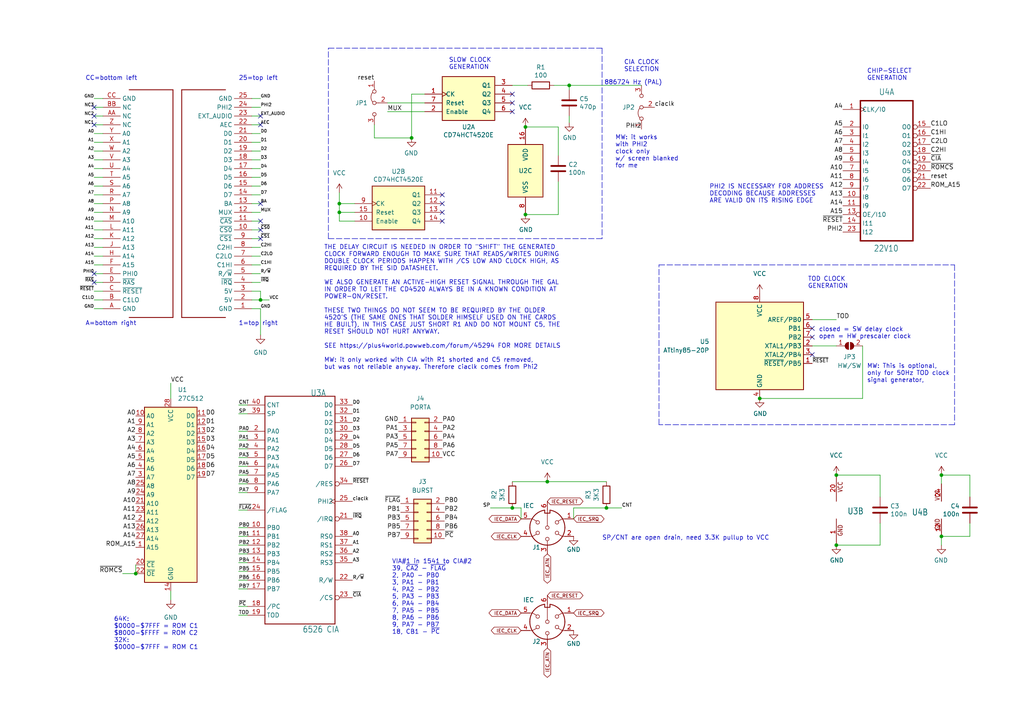
<source format=kicad_sch>
(kicad_sch (version 20211123) (generator eeschema)
  (paper "A4")
  (title_block (title "BurstCart+4") (date "2025-05-01") (rev "1.1") (company "YTM Enterprises") (comment 1 "Maciej Witkowiak <ytm@elysium.pl>"))
  (lib_symbols
    (symbol "4xxx:4520" (pin_names (offset 1.016))
      (property "Reference" "U" (at -7.62 8.89 0))
      (property "Value" "4520" (at -7.62 -8.89 0))
      (symbol "4520_1_0"
        (pin input clock (at -12.7 0 0) (length 5.08) (name "CK") (number "1"))
        (pin input line (at -12.7 -5.08 0) (length 5.08) (name "Enable") (number "2"))
        (pin output line (at 12.7 2.54 180) (length 5.08) (name "Q1") (number "3"))
        (pin output line (at 12.7 0 180) (length 5.08) (name "Q2") (number "4"))
        (pin output line (at 12.7 -2.54 180) (length 5.08) (name "Q3") (number "5"))
        (pin output line (at 12.7 -5.08 180) (length 5.08) (name "Q4") (number "6"))
        (pin input line (at -12.7 -2.54 0) (length 5.08) (name "Reset") (number "7"))
      )
      (symbol "4520_1_1"
        (rectangle (start -7.62 5.08) (end 7.62 -7.62) (stroke (width 0.254)) (fill (type background)))
      )
      (symbol "4520_2_0"
        (pin input line (at -12.7 -5.08 0) (length 5.08) (name "Enable") (number "10"))
        (pin output line (at 12.7 2.54 180) (length 5.08) (name "Q1") (number "11"))
        (pin output line (at 12.7 0 180) (length 5.08) (name "Q2") (number "12"))
        (pin output line (at 12.7 -2.54 180) (length 5.08) (name "Q3") (number "13"))
        (pin output line (at 12.7 -5.08 180) (length 5.08) (name "Q4") (number "14"))
        (pin input line (at -12.7 -2.54 0) (length 5.08) (name "Reset") (number "15"))
        (pin input clock (at -12.7 0 0) (length 5.08) (name "CK") (number "9"))
      )
      (symbol "4520_2_1"
        (rectangle (start -7.62 5.08) (end 7.62 -7.62) (stroke (width 0.254)) (fill (type background)))
      )
      (symbol "4520_3_0"
        (pin power_in line (at 0 12.7 270) (length 5.08) (name "VDD") (number "16"))
        (pin power_in line (at 0 -12.7 90) (length 5.08) (name "VSS") (number "8"))
      )
      (symbol "4520_3_1"
        (rectangle (start -5.08 7.62) (end 5.08 -7.62) (stroke (width 0.254)) (fill (type background)))
      )
    )
    (symbol "Connector:DIN-6" (pin_names (offset 1.016))
      (property "Reference" "J" (at 3.175 5.715 0))
      (property "Value" "DIN-6" (at 4.445 -4.445 0))
      (symbol "DIN-6_0_1"
        (arc (start -5.08 0) (mid -3.8609 -3.3364) (end -0.762 -5.08) (stroke (width 0.254)))
        (circle (center -2.794 -1.524) (radius 0.508))
        (circle (center -2.794 1.524) (radius 0.508))
        (polyline (pts (xy 0 -5.08) (xy 0 -0.508)))
        (polyline (pts (xy 0 5.08) (xy 0 3.81)))
        (polyline (pts (xy -5.08 -2.54) (xy -4.318 -2.54) (xy -3.175 -1.905)))
        (polyline (pts (xy -5.08 2.54) (xy -4.318 2.54) (xy -3.175 1.905)))
        (polyline (pts (xy 5.08 -2.54) (xy 4.318 -2.54) (xy 3.175 -1.905)))
        (polyline (pts (xy 5.08 2.54) (xy 4.318 2.54) (xy 3.175 1.905)))
        (polyline (pts (xy -0.762 -4.953) (xy -0.762 -4.191) (xy 0.762 -4.191) (xy 0.762 -4.953)) (stroke (width 0.254)))
        (circle (center 0 0) (radius 0.508))
        (circle (center 0 3.302) (radius 0.508))
        (arc (start 0.762 -5.08) (mid 3.8685 -3.343) (end 5.08 0) (stroke (width 0.254)))
        (circle (center 2.794 -1.524) (radius 0.508))
        (circle (center 2.794 1.524) (radius 0.508))
        (arc (start 5.08 0) (mid 0 5.08) (end -5.08 0) (stroke (width 0.254)))
      )
      (symbol "DIN-6_1_1"
        (pin passive line (at -7.62 -2.54 0) (length 2.54) (name "~") (number "1"))
        (pin passive line (at -7.62 2.54 0) (length 2.54) (name "~") (number "2"))
        (pin passive line (at 0 7.62 270) (length 2.54) (name "~") (number "3"))
        (pin passive line (at 7.62 2.54 180) (length 2.54) (name "~") (number "4"))
        (pin passive line (at 7.62 -2.54 180) (length 2.54) (name "~") (number "5"))
        (pin passive line (at 0 -7.62 90) (length 2.54) (name "~") (number "6"))
      )
    )
    (symbol "Connector_Generic:Conn_02x05_Odd_Even" (pin_names (offset 1.016) hide)
      (property "Reference" "J" (at 1.27 7.62 0))
      (property "Value" "Conn_02x05_Odd_Even" (at 1.27 -7.62 0))
      (symbol "Conn_02x05_Odd_Even_1_1"
        (rectangle (start -1.27 -4.953) (end 0 -5.207) (stroke (width 0.1524)))
        (rectangle (start -1.27 -2.413) (end 0 -2.667) (stroke (width 0.1524)))
        (rectangle (start -1.27 0.127) (end 0 -0.127) (stroke (width 0.1524)))
        (rectangle (start -1.27 2.667) (end 0 2.413) (stroke (width 0.1524)))
        (rectangle (start -1.27 5.207) (end 0 4.953) (stroke (width 0.1524)))
        (rectangle (start -1.27 6.35) (end 3.81 -6.35) (stroke (width 0.254)) (fill (type background)))
        (rectangle (start 3.81 -4.953) (end 2.54 -5.207) (stroke (width 0.1524)))
        (rectangle (start 3.81 -2.413) (end 2.54 -2.667) (stroke (width 0.1524)))
        (rectangle (start 3.81 0.127) (end 2.54 -0.127) (stroke (width 0.1524)))
        (rectangle (start 3.81 2.667) (end 2.54 2.413) (stroke (width 0.1524)))
        (rectangle (start 3.81 5.207) (end 2.54 4.953) (stroke (width 0.1524)))
        (pin passive line (at -5.08 5.08 0) (length 3.81) (name "Pin_1") (number "1"))
        (pin passive line (at 7.62 -5.08 180) (length 3.81) (name "Pin_10") (number "10"))
        (pin passive line (at 7.62 5.08 180) (length 3.81) (name "Pin_2") (number "2"))
        (pin passive line (at -5.08 2.54 0) (length 3.81) (name "Pin_3") (number "3"))
        (pin passive line (at 7.62 2.54 180) (length 3.81) (name "Pin_4") (number "4"))
        (pin passive line (at -5.08 0 0) (length 3.81) (name "Pin_5") (number "5"))
        (pin passive line (at 7.62 0 180) (length 3.81) (name "Pin_6") (number "6"))
        (pin passive line (at -5.08 -2.54 0) (length 3.81) (name "Pin_7") (number "7"))
        (pin passive line (at 7.62 -2.54 180) (length 3.81) (name "Pin_8") (number "8"))
        (pin passive line (at -5.08 -5.08 0) (length 3.81) (name "Pin_9") (number "9"))
      )
    )
    (symbol "Device:C" (pin_numbers hide) (pin_names (offset 0.254))
      (property "Reference" "C" (at 0.635 2.54 0))
      (property "Value" "C" (at 0.635 -2.54 0))
      (symbol "C_0_1"
        (polyline (pts (xy -2.032 -0.762) (xy 2.032 -0.762)) (stroke (width 0.508)))
        (polyline (pts (xy -2.032 0.762) (xy 2.032 0.762)) (stroke (width 0.508)))
      )
      (symbol "C_1_1"
        (pin passive line (at 0 3.81 270) (length 2.794) (name "~") (number "1"))
        (pin passive line (at 0 -3.81 90) (length 2.794) (name "~") (number "2"))
      )
    )
    (symbol "Device:R" (pin_numbers hide) (pin_names (offset 0))
      (property "Reference" "R" (at 2.032 0 90))
      (property "Value" "R" (at 0 0 90))
      (symbol "R_0_1"
        (rectangle (start -1.016 -2.54) (end 1.016 2.54) (stroke (width 0.254)))
      )
      (symbol "R_1_1"
        (pin passive line (at 0 3.81 270) (length 1.27) (name "~") (number "1"))
        (pin passive line (at 0 -3.81 90) (length 1.27) (name "~") (number "2"))
      )
    )
    (symbol "Jumper:Jumper_3_Bridged12" (pin_names (offset 0) hide)
      (property "Reference" "JP" (at -2.54 -2.54 0))
      (property "Value" "Jumper_3_Bridged12" (at 0 2.794 0))
      (symbol "Jumper_3_Bridged12_0_0"
        (circle (center -3.302 0) (radius 0.508))
        (circle (center 0 0) (radius 0.508))
        (circle (center 3.302 0) (radius 0.508))
      )
      (symbol "Jumper_3_Bridged12_0_1"
        (arc (start -0.254 0.508) (mid -1.651 0.9912) (end -3.048 0.508))
        (polyline (pts (xy 0 -1.27) (xy 0 -0.508)))
      )
      (symbol "Jumper_3_Bridged12_1_1"
        (pin passive line (at -6.35 0 0) (length 2.54) (name "A") (number "1"))
        (pin passive line (at 0 -3.81 90) (length 2.54) (name "C") (number "2"))
        (pin passive line (at 6.35 0 180) (length 2.54) (name "B") (number "3"))
      )
    )
    (symbol "Jumper:SolderJumper_2_Open" (pin_names (offset 0) hide)
      (property "Reference" "JP" (at 0 2.032 0))
      (property "Value" "SolderJumper_2_Open" (at 0 -2.54 0))
      (symbol "SolderJumper_2_Open_0_1"
        (arc (start -0.254 1.016) (mid -1.27 0) (end -0.254 -1.016))
        (arc (start -0.254 1.016) (mid -1.27 0) (end -0.254 -1.016) (fill (type outline)))
        (polyline (pts (xy -0.254 1.016) (xy -0.254 -1.016)))
        (polyline (pts (xy 0.254 1.016) (xy 0.254 -1.016)))
        (arc (start 0.254 -1.016) (mid 1.27 0) (end 0.254 1.016))
        (arc (start 0.254 -1.016) (mid 1.27 0) (end 0.254 1.016) (fill (type outline)))
      )
      (symbol "SolderJumper_2_Open_1_1"
        (pin passive line (at -3.81 0 0) (length 2.54) (name "A") (number "1"))
        (pin passive line (at 3.81 0 180) (length 2.54) (name "B") (number "2"))
      )
    )
    (symbol "MCU_Microchip_ATtiny:ATtiny85-20P"
      (property "Reference" "U" (at -12.7 13.97 0))
      (property "Value" "ATtiny85-20P" (at 2.54 -13.97 0))
      (symbol "ATtiny85-20P_0_1"
        (rectangle (start -12.7 -12.7) (end 12.7 12.7) (stroke (width 0.254)) (fill (type background)))
      )
      (symbol "ATtiny85-20P_1_1"
        (pin bidirectional line (at 15.24 -5.08 180) (length 2.54) (name "~{RESET}/PB5") (number "1"))
        (pin bidirectional line (at 15.24 0 180) (length 2.54) (name "XTAL1/PB3") (number "2"))
        (pin bidirectional line (at 15.24 -2.54 180) (length 2.54) (name "XTAL2/PB4") (number "3"))
        (pin power_in line (at 0 -15.24 90) (length 2.54) (name "GND") (number "4"))
        (pin bidirectional line (at 15.24 7.62 180) (length 2.54) (name "AREF/PB0") (number "5"))
        (pin bidirectional line (at 15.24 5.08 180) (length 2.54) (name "PB1") (number "6"))
        (pin bidirectional line (at 15.24 2.54 180) (length 2.54) (name "PB2") (number "7"))
        (pin power_in line (at 0 15.24 270) (length 2.54) (name "VCC") (number "8"))
      )
    )
    (symbol "Memory_EPROM:27C512"
      (property "Reference" "U" (at -7.62 26.67 0))
      (property "Value" "27C512" (at 2.54 -26.67 0))
      (symbol "27C512_1_1"
        (rectangle (start -7.62 25.4) (end 7.62 -25.4) (stroke (width 0.254)) (fill (type background)))
        (pin input line (at -10.16 -15.24 0) (length 2.54) (name "A15") (number "1"))
        (pin input line (at -10.16 22.86 0) (length 2.54) (name "A0") (number "10"))
        (pin tri_state line (at 10.16 22.86 180) (length 2.54) (name "D0") (number "11"))
        (pin tri_state line (at 10.16 20.32 180) (length 2.54) (name "D1") (number "12"))
        (pin tri_state line (at 10.16 17.78 180) (length 2.54) (name "D2") (number "13"))
        (pin power_in line (at 0 -27.94 90) (length 2.54) (name "GND") (number "14"))
        (pin tri_state line (at 10.16 15.24 180) (length 2.54) (name "D3") (number "15"))
        (pin tri_state line (at 10.16 12.7 180) (length 2.54) (name "D4") (number "16"))
        (pin tri_state line (at 10.16 10.16 180) (length 2.54) (name "D5") (number "17"))
        (pin tri_state line (at 10.16 7.62 180) (length 2.54) (name "D6") (number "18"))
        (pin tri_state line (at 10.16 5.08 180) (length 2.54) (name "D7") (number "19"))
        (pin input line (at -10.16 -7.62 0) (length 2.54) (name "A12") (number "2"))
        (pin input line (at -10.16 -20.32 0) (length 2.54) (name "~{CE}") (number "20"))
        (pin input line (at -10.16 -2.54 0) (length 2.54) (name "A10") (number "21"))
        (pin input line (at -10.16 -22.86 0) (length 2.54) (name "~{OE}") (number "22"))
        (pin input line (at -10.16 -5.08 0) (length 2.54) (name "A11") (number "23"))
        (pin input line (at -10.16 0 0) (length 2.54) (name "A9") (number "24"))
        (pin input line (at -10.16 2.54 0) (length 2.54) (name "A8") (number "25"))
        (pin input line (at -10.16 -10.16 0) (length 2.54) (name "A13") (number "26"))
        (pin input line (at -10.16 -12.7 0) (length 2.54) (name "A14") (number "27"))
        (pin power_in line (at 0 27.94 270) (length 2.54) (name "VCC") (number "28"))
        (pin input line (at -10.16 5.08 0) (length 2.54) (name "A7") (number "3"))
        (pin input line (at -10.16 7.62 0) (length 2.54) (name "A6") (number "4"))
        (pin input line (at -10.16 10.16 0) (length 2.54) (name "A5") (number "5"))
        (pin input line (at -10.16 12.7 0) (length 2.54) (name "A4") (number "6"))
        (pin input line (at -10.16 15.24 0) (length 2.54) (name "A3") (number "7"))
        (pin input line (at -10.16 17.78 0) (length 2.54) (name "A2") (number "8"))
        (pin input line (at -10.16 20.32 0) (length 2.54) (name "A1") (number "9"))
      )
    )
    (symbol "burstcart:20V8"
      (property "Reference" "IC" (at -0.635 -0.635 0))
      (symbol "20V8_1_0"
        (polyline (pts (xy -7.62 20.32) (xy -7.62 -20.32)) (stroke (width 0.4064)))
        (polyline (pts (xy -7.62 20.32) (xy 7.62 20.32)) (stroke (width 0.4064)))
        (polyline (pts (xy 7.62 -20.32) (xy -7.62 -20.32)) (stroke (width 0.4064)))
        (polyline (pts (xy 7.62 -20.32) (xy 7.62 20.32)) (stroke (width 0.4064)))
        (pin input clock (at -12.7 17.78 0) (length 5.08) (name "CLK/I0") (number "1"))
        (pin input line (at -12.7 -7.62 0) (length 5.08) (name "I8") (number "10"))
        (pin input line (at -12.7 -10.16 0) (length 5.08) (name "I9") (number "11"))
        (pin input inverted (at -12.7 -12.7 0) (length 5.08) (name "OE/I10") (number "13"))
        (pin input line (at -12.7 -15.24 0) (length 5.08) (name "I11") (number "14"))
        (pin bidirectional inverted (at 12.7 12.7 180) (length 5.08) (name "O0") (number "15"))
        (pin bidirectional inverted (at 12.7 10.16 180) (length 5.08) (name "O1") (number "16"))
        (pin bidirectional inverted (at 12.7 7.62 180) (length 5.08) (name "O2") (number "17"))
        (pin bidirectional inverted (at 12.7 5.08 180) (length 5.08) (name "O3") (number "18"))
        (pin bidirectional inverted (at 12.7 2.54 180) (length 5.08) (name "O4") (number "19"))
        (pin input line (at -12.7 12.7 0) (length 5.08) (name "I0") (number "2"))
        (pin bidirectional inverted (at 12.7 0 180) (length 5.08) (name "O5") (number "20"))
        (pin bidirectional inverted (at 12.7 -2.54 180) (length 5.08) (name "O6") (number "21"))
        (pin bidirectional inverted (at 12.7 -5.08 180) (length 5.08) (name "O7") (number "22"))
        (pin input line (at -12.7 -17.78 0) (length 5.08) (name "I12") (number "23"))
        (pin input line (at -12.7 10.16 0) (length 5.08) (name "I1") (number "3"))
        (pin input line (at -12.7 7.62 0) (length 5.08) (name "I2") (number "4"))
        (pin input line (at -12.7 5.08 0) (length 5.08) (name "I3") (number "5"))
        (pin input line (at -12.7 2.54 0) (length 5.08) (name "I4") (number "6"))
        (pin input line (at -12.7 0 0) (length 5.08) (name "I5") (number "7"))
        (pin input line (at -12.7 -2.54 0) (length 5.08) (name "I6") (number "8"))
        (pin input line (at -12.7 -5.08 0) (length 5.08) (name "I7") (number "9"))
      )
      (symbol "20V8_2_0"
        (text "GND" (at 1.905 -5.842 900) (effects (font (size 1.27 1.0795)) (justify left bottom)))
        (text "VCC" (at 1.905 2.667 900) (effects (font (size 1.27 1.0795)) (justify left bottom)))
        (pin power_in line (at 0 -7.62 90) (length 5.08) (name "GND") (number "12"))
        (pin power_in line (at 0 7.62 270) (length 5.08) (name "VCC") (number "24"))
      )
    )
    (symbol "burstcart:6526"
      (property "Reference" "IC" (at -0.635 -0.635 0))
      (symbol "6526_1_0"
        (polyline (pts (xy -10.16 -33.02) (xy -10.16 33.02)) (stroke (width 0.254)))
        (polyline (pts (xy -10.16 33.02) (xy 10.16 33.02)) (stroke (width 0.254)))
        (polyline (pts (xy 10.16 -33.02) (xy -10.16 -33.02)) (stroke (width 0.254)))
        (polyline (pts (xy 10.16 33.02) (xy 10.16 -33.02)) (stroke (width 0.254)))
        (pin bidirectional line (at 15.24 -5.08 180) (length 5.08) (name "PB0") (number "10"))
        (pin bidirectional line (at 15.24 -7.62 180) (length 5.08) (name "PB1") (number "11"))
        (pin bidirectional line (at 15.24 -10.16 180) (length 5.08) (name "PB2") (number "12"))
        (pin bidirectional line (at 15.24 -12.7 180) (length 5.08) (name "PB3") (number "13"))
        (pin bidirectional line (at 15.24 -15.24 180) (length 5.08) (name "PB4") (number "14"))
        (pin bidirectional line (at 15.24 -17.78 180) (length 5.08) (name "PB5") (number "15"))
        (pin bidirectional line (at 15.24 -20.32 180) (length 5.08) (name "PB6") (number "16"))
        (pin bidirectional line (at 15.24 -22.86 180) (length 5.08) (name "PB7") (number "17"))
        (pin bidirectional line (at 15.24 -27.94 180) (length 5.08) (name "/PC") (number "18"))
        (pin bidirectional line (at 15.24 -30.48 180) (length 5.08) (name "TOD") (number "19"))
        (pin bidirectional line (at 15.24 22.86 180) (length 5.08) (name "PA0") (number "2"))
        (pin open_collector inverted (at -15.24 -2.54 0) (length 5.08) (name "/IRQ") (number "21"))
        (pin input line (at -15.24 -20.32 0) (length 5.08) (name "R/W") (number "22"))
        (pin input inverted (at -15.24 -25.4 0) (length 5.08) (name "/CS") (number "23"))
        (pin input line (at 15.24 0 180) (length 5.08) (name "/FLAG") (number "24"))
        (pin input clock (at -15.24 2.54 0) (length 5.08) (name "PHI2") (number "25"))
        (pin bidirectional line (at -15.24 12.7 0) (length 5.08) (name "D7") (number "26"))
        (pin bidirectional line (at -15.24 15.24 0) (length 5.08) (name "D6") (number "27"))
        (pin bidirectional line (at -15.24 17.78 0) (length 5.08) (name "D5") (number "28"))
        (pin bidirectional line (at -15.24 20.32 0) (length 5.08) (name "D4") (number "29"))
        (pin bidirectional line (at 15.24 20.32 180) (length 5.08) (name "PA1") (number "3"))
        (pin bidirectional line (at -15.24 22.86 0) (length 5.08) (name "D3") (number "30"))
        (pin bidirectional line (at -15.24 25.4 0) (length 5.08) (name "D2") (number "31"))
        (pin bidirectional line (at -15.24 27.94 0) (length 5.08) (name "D1") (number "32"))
        (pin bidirectional line (at -15.24 30.48 0) (length 5.08) (name "D0") (number "33"))
        (pin input inverted (at -15.24 7.62 0) (length 5.08) (name "/RES") (number "34"))
        (pin input line (at -15.24 -15.24 0) (length 5.08) (name "RS3") (number "35"))
        (pin input line (at -15.24 -12.7 0) (length 5.08) (name "RS2") (number "36"))
        (pin input line (at -15.24 -10.16 0) (length 5.08) (name "RS1") (number "37"))
        (pin input line (at -15.24 -7.62 0) (length 5.08) (name "RS0") (number "38"))
        (pin bidirectional line (at 15.24 27.94 180) (length 5.08) (name "SP") (number "39"))
        (pin bidirectional line (at 15.24 17.78 180) (length 5.08) (name "PA2") (number "4"))
        (pin input line (at 15.24 30.48 180) (length 5.08) (name "CNT") (number "40"))
        (pin bidirectional line (at 15.24 15.24 180) (length 5.08) (name "PA3") (number "5"))
        (pin bidirectional line (at 15.24 12.7 180) (length 5.08) (name "PA4") (number "6"))
        (pin bidirectional line (at 15.24 10.16 180) (length 5.08) (name "PA5") (number "7"))
        (pin bidirectional line (at 15.24 7.62 180) (length 5.08) (name "PA6") (number "8"))
        (pin bidirectional line (at 15.24 5.08 180) (length 5.08) (name "PA7") (number "9"))
      )
      (symbol "6526_2_0"
        (text "GND" (at 1.905 -7.62 900) (effects (font (size 1.27 1.0795)) (justify left bottom)))
        (text "VCC" (at 1.905 5.08 900) (effects (font (size 1.27 1.0795)) (justify left bottom)))
        (pin power_in line (at 0 -10.16 90) (length 7.62) (name "GND") (number "1"))
        (pin power_in line (at 0 10.16 270) (length 7.62) (name "VCC") (number "20"))
      )
    )
    (symbol "burstcart:C16_CARTRIDGE"
      (symbol "C16_CARTRIDGE_1_0"
        (polyline (pts (xy -43.18 30.48) (xy -30.48 30.48)) (stroke (width 0.254)))
        (polyline (pts (xy -30.48 -35.56) (xy -43.18 -35.56)) (stroke (width 0.254)))
        (polyline (pts (xy -30.48 30.48) (xy -30.48 -35.56)) (stroke (width 0.254)))
        (polyline (pts (xy -27.94 -35.56) (xy -15.24 -35.56)) (stroke (width 0.254)))
        (polyline (pts (xy -27.94 30.48) (xy -27.94 -35.56)) (stroke (width 0.254)))
        (polyline (pts (xy -15.24 30.48) (xy -27.94 30.48)) (stroke (width 0.254)))
        (pin power_out line (at -7.62 -33.02 180) (length 5.08) (name "GND") (number "1"))
        (pin output line (at -7.62 -10.16 180) (length 5.08) (name "~{CS0}") (number "10"))
        (pin output line (at -7.62 -7.62 180) (length 5.08) (name "~{CAS}") (number "11"))
        (pin bidirectional line (at -7.62 -5.08 180) (length 5.08) (name "MUX") (number "12"))
        (pin bidirectional line (at -7.62 -2.54 180) (length 5.08) (name "BA") (number "13"))
        (pin bidirectional line (at -7.62 0 180) (length 5.08) (name "D7") (number "14"))
        (pin bidirectional line (at -7.62 2.54 180) (length 5.08) (name "D6") (number "15"))
        (pin bidirectional line (at -7.62 5.08 180) (length 5.08) (name "D5") (number "16"))
        (pin bidirectional line (at -7.62 7.62 180) (length 5.08) (name "D4") (number "17"))
        (pin bidirectional line (at -7.62 10.16 180) (length 5.08) (name "D3") (number "18"))
        (pin bidirectional line (at -7.62 12.7 180) (length 5.08) (name "D2") (number "19"))
        (pin power_out line (at -7.62 -30.48 180) (length 5.08) (name "5V") (number "2"))
        (pin bidirectional line (at -7.62 15.24 180) (length 5.08) (name "D1") (number "20"))
        (pin bidirectional line (at -7.62 17.78 180) (length 5.08) (name "D0") (number "21"))
        (pin bidirectional line (at -7.62 20.32 180) (length 5.08) (name "AEC") (number "22"))
        (pin input line (at -7.62 22.86 180) (length 5.08) (name "EXT_AUDIO") (number "23"))
        (pin output line (at -7.62 25.4 180) (length 5.08) (name "PHI2") (number "24"))
        (pin power_out line (at -7.62 27.94 180) (length 5.08) (name "GND") (number "25"))
        (pin power_out line (at -7.62 -27.94 180) (length 5.08) (name "5V") (number "3"))
        (pin input line (at -7.62 -25.4 180) (length 5.08) (name "~{IRQ}") (number "4"))
        (pin output line (at -7.62 -22.86 180) (length 5.08) (name "R/~{W}") (number "5"))
        (pin bidirectional line (at -7.62 -20.32 180) (length 5.08) (name "C1HI") (number "6"))
        (pin bidirectional line (at -7.62 -17.78 180) (length 5.08) (name "C2LO") (number "7"))
        (pin bidirectional line (at -7.62 -15.24 180) (length 5.08) (name "C2HI") (number "8"))
        (pin output line (at -7.62 -12.7 180) (length 5.08) (name "~{CS1}") (number "9"))
        (pin power_out line (at -50.8 -33.02 0) (length 5.08) (name "GND") (number "A"))
        (pin passive line (at -50.8 22.86 0) (length 5.08) (name "NC") (number "AA"))
        (pin bidirectional line (at -50.8 -30.48 0) (length 5.08) (name "C1LO") (number "B"))
        (pin passive line (at -50.8 25.4 0) (length 5.08) (name "NC") (number "BB"))
        (pin bidirectional line (at -50.8 -27.94 0) (length 5.08) (name "~{RESET}") (number "C"))
        (pin power_out line (at -50.8 27.94 0) (length 5.08) (name "GND") (number "CC"))
        (pin output line (at -50.8 -25.4 0) (length 5.08) (name "~{RAS}") (number "D"))
        (pin output line (at -50.8 -22.86 0) (length 5.08) (name "PHI0") (number "E"))
        (pin output line (at -50.8 -20.32 0) (length 5.08) (name "A15") (number "F"))
        (pin output line (at -50.8 -17.78 0) (length 5.08) (name "A14") (number "H"))
        (pin output line (at -50.8 -15.24 0) (length 5.08) (name "A13") (number "J"))
        (pin output line (at -50.8 -12.7 0) (length 5.08) (name "A12") (number "K"))
        (pin output line (at -50.8 -10.16 0) (length 5.08) (name "A11") (number "L"))
        (pin output line (at -50.8 -7.62 0) (length 5.08) (name "A10") (number "M"))
        (pin output line (at -50.8 -5.08 0) (length 5.08) (name "A9") (number "N"))
        (pin output line (at -50.8 -2.54 0) (length 5.08) (name "A8") (number "P"))
        (pin output line (at -50.8 0 0) (length 5.08) (name "A7") (number "R"))
        (pin output line (at -50.8 2.54 0) (length 5.08) (name "A6") (number "S"))
        (pin output line (at -50.8 5.08 0) (length 5.08) (name "A5") (number "T"))
        (pin output line (at -50.8 7.62 0) (length 5.08) (name "A4") (number "U"))
        (pin output line (at -50.8 10.16 0) (length 5.08) (name "A3") (number "V"))
        (pin output line (at -50.8 12.7 0) (length 5.08) (name "A2") (number "W"))
        (pin output line (at -50.8 15.24 0) (length 5.08) (name "A1") (number "X"))
        (pin output line (at -50.8 17.78 0) (length 5.08) (name "A0") (number "Y"))
        (pin passive line (at -50.8 20.32 0) (length 5.08) (name "NC") (number "Z"))
      )
    )
    (symbol "power:GND" (power) (pin_names (offset 0))
      (property "Value" "GND" (at 0 -3.81 0))
      (symbol "GND_0_1"
        (polyline (pts (xy 0 0) (xy 0 -1.27) (xy 1.27 -1.27) (xy 0 -2.54) (xy -1.27 -1.27) (xy 0 -1.27)))
      )
      (symbol "GND_1_1"
        (pin power_in line (at 0 0 270) (length 0) hide (name "GND") (number "1"))
      )
    )
    (symbol "power:VCC" (power) (pin_names (offset 0))
      (property "Value" "VCC" (at 0 3.81 0))
      (symbol "VCC_0_1"
        (polyline (pts (xy -0.762 1.27) (xy 0 2.54)))
        (polyline (pts (xy 0 0) (xy 0 2.54)))
        (polyline (pts (xy 0 2.54) (xy 0.762 1.27)))
      )
      (symbol "VCC_1_1"
        (pin power_in line (at 0 0 90) (length 0) hide (name "VCC") (number "1"))
      )
    )
  )
  (junction (at 273.05 155.575))
  (junction (at 152.4 36.83))
  (junction (at 98.425 61.595))
  (junction (at 39.37 166.37))
  (junction (at 175.895 147.32))
  (junction (at 242.57 137.795))
  (junction (at 119.38 40.005))
  (junction (at 148.59 147.32))
  (junction (at 75.565 86.995))
  (junction (at 273.05 137.795))
  (junction (at 98.425 59.055))
  (junction (at 158.75 139.7))
  (junction (at 220.345 115.57))
  (junction (at 242.57 158.115))
  (junction (at 165.1 24.765))
  (junction (at 152.4 62.23))
  (no_connect (at 148.59 32.385))
  (no_connect (at 128.27 59.055))
  (no_connect (at 148.59 27.305))
  (no_connect (at 235.585 95.25))
  (no_connect (at 27.305 33.655))
  (no_connect (at 235.585 97.79))
  (no_connect (at 75.565 64.135))
  (no_connect (at 128.27 56.515))
  (no_connect (at 27.305 79.375))
  (no_connect (at 75.565 36.195))
  (no_connect (at 75.565 66.675))
  (no_connect (at 27.305 31.115))
  (no_connect (at 128.27 64.135))
  (no_connect (at 148.59 29.845))
  (no_connect (at 27.305 81.915))
  (no_connect (at 75.565 33.655))
  (no_connect (at 235.585 102.87))
  (no_connect (at 75.565 59.055))
  (no_connect (at 27.305 36.195))
  (no_connect (at 128.27 61.595))
  (no_connect (at 75.565 69.215))
  (wire (pts (xy 73.025 66.675) (xy 75.565 66.675)))
  (wire (pts (xy 29.845 69.215) (xy 27.305 69.215)))
  (wire (pts (xy 29.845 51.435) (xy 27.305 51.435)))
  (wire (pts (xy 73.025 74.295) (xy 75.565 74.295)))
  (wire (pts (xy 71.755 160.655) (xy 69.215 160.655)))
  (wire (pts (xy 29.845 71.755) (xy 27.305 71.755)))
  (polyline (pts (xy 276.86 123.19) (xy 191.135 123.19)))
  (wire (pts (xy 73.025 53.975) (xy 75.565 53.975)))
  (wire (pts (xy 71.755 165.735) (xy 69.215 165.735)))
  (wire (pts (xy 71.755 158.115) (xy 69.215 158.115)))
  (wire (pts (xy 71.755 147.955) (xy 69.215 147.955)))
  (wire (pts (xy 29.845 59.055) (xy 27.305 59.055)))
  (wire (pts (xy 29.845 74.295) (xy 27.305 74.295)))
  (wire (pts (xy 166.37 147.32) (xy 166.37 150.495)))
  (wire (pts (xy 255.27 137.795) (xy 242.57 137.795)))
  (wire (pts (xy 165.1 26.035) (xy 165.1 24.765)))
  (wire (pts (xy 250.19 115.57) (xy 220.345 115.57)))
  (wire (pts (xy 29.845 38.735) (xy 27.305 38.735)))
  (wire (pts (xy 71.755 142.875) (xy 69.215 142.875)))
  (wire (pts (xy 73.025 31.115) (xy 75.565 31.115)))
  (wire (pts (xy 281.305 144.145) (xy 281.305 137.795)))
  (wire (pts (xy 29.845 89.535) (xy 27.305 89.535)))
  (wire (pts (xy 29.845 46.355) (xy 27.305 46.355)))
  (wire (pts (xy 165.1 33.655) (xy 165.1 35.56)))
  (wire (pts (xy 73.025 76.835) (xy 75.565 76.835)))
  (wire (pts (xy 235.585 92.71) (xy 242.57 92.71)))
  (wire (pts (xy 73.025 43.815) (xy 75.565 43.815)))
  (wire (pts (xy 255.27 158.115) (xy 242.57 158.115)))
  (wire (pts (xy 71.755 117.475) (xy 69.215 117.475)))
  (wire (pts (xy 281.305 155.575) (xy 273.05 155.575)))
  (wire (pts (xy 29.845 53.975) (xy 27.305 53.975)))
  (wire (pts (xy 27.305 33.655) (xy 29.845 33.655)))
  (wire (pts (xy 152.4 62.23) (xy 161.925 62.23)))
  (wire (pts (xy 27.305 31.115) (xy 29.845 31.115)))
  (wire (pts (xy 29.845 84.455) (xy 27.305 84.455)))
  (wire (pts (xy 29.845 48.895) (xy 27.305 48.895)))
  (polyline (pts (xy 276.86 76.835) (xy 276.86 123.19)))
  (wire (pts (xy 71.755 170.815) (xy 69.215 170.815)))
  (wire (pts (xy 73.025 48.895) (xy 75.565 48.895)))
  (wire (pts (xy 49.53 171.45) (xy 49.53 173.99)))
  (wire (pts (xy 165.1 24.765) (xy 160.655 24.765)))
  (wire (pts (xy 166.37 147.32) (xy 175.895 147.32)))
  (wire (pts (xy 281.305 137.795) (xy 273.05 137.795)))
  (wire (pts (xy 73.025 56.515) (xy 75.565 56.515)))
  (wire (pts (xy 148.59 24.765) (xy 153.035 24.765)))
  (wire (pts (xy 29.845 28.575) (xy 27.305 28.575)))
  (wire (pts (xy 161.925 45.085) (xy 161.925 36.83)))
  (wire (pts (xy 235.585 100.33) (xy 242.57 100.33)))
  (wire (pts (xy 73.025 84.455) (xy 75.565 84.455)))
  (wire (pts (xy 71.755 155.575) (xy 69.215 155.575)))
  (wire (pts (xy 27.305 81.915) (xy 29.845 81.915)))
  (wire (pts (xy 148.59 139.7) (xy 158.75 139.7)))
  (wire (pts (xy 71.755 168.275) (xy 69.215 168.275)))
  (wire (pts (xy 71.755 125.095) (xy 69.215 125.095)))
  (wire (pts (xy 255.27 151.765) (xy 255.27 158.115)))
  (wire (pts (xy 165.1 24.765) (xy 186.055 24.765)))
  (wire (pts (xy 75.565 86.995) (xy 78.105 86.995)))
  (wire (pts (xy 102.87 64.135) (xy 98.425 64.135)))
  (polyline (pts (xy 191.135 123.19) (xy 191.135 76.835)))
  (wire (pts (xy 152.4 36.83) (xy 161.925 36.83)))
  (wire (pts (xy 29.845 61.595) (xy 27.305 61.595)))
  (wire (pts (xy 73.025 59.055) (xy 75.565 59.055)))
  (wire (pts (xy 73.025 79.375) (xy 75.565 79.375)))
  (wire (pts (xy 250.19 100.33) (xy 250.19 115.57)))
  (wire (pts (xy 98.425 61.595) (xy 98.425 64.135)))
  (wire (pts (xy 73.025 81.915) (xy 75.565 81.915)))
  (wire (pts (xy 39.37 163.83) (xy 39.37 166.37)))
  (polyline (pts (xy 95.25 69.215) (xy 95.25 13.97)))
  (wire (pts (xy 29.845 64.135) (xy 27.305 64.135)))
  (wire (pts (xy 142.24 147.32) (xy 148.59 147.32)))
  (wire (pts (xy 73.025 51.435) (xy 75.565 51.435)))
  (wire (pts (xy 71.755 132.715) (xy 69.215 132.715)))
  (wire (pts (xy 71.755 137.795) (xy 69.215 137.795)))
  (wire (pts (xy 102.87 59.055) (xy 98.425 59.055)))
  (wire (pts (xy 108.585 36.195) (xy 108.585 40.005)))
  (wire (pts (xy 71.755 130.175) (xy 69.215 130.175)))
  (wire (pts (xy 73.025 89.535) (xy 75.565 89.535)))
  (polyline (pts (xy 191.135 76.835) (xy 276.86 76.835)))
  (wire (pts (xy 123.19 32.385) (xy 112.395 32.385)))
  (wire (pts (xy 158.75 139.7) (xy 175.895 139.7)))
  (wire (pts (xy 71.755 140.335) (xy 69.215 140.335)))
  (wire (pts (xy 98.425 55.88) (xy 98.425 59.055)))
  (wire (pts (xy 27.305 36.195) (xy 29.845 36.195)))
  (wire (pts (xy 35.56 166.37) (xy 39.37 166.37)))
  (wire (pts (xy 71.755 163.195) (xy 69.215 163.195)))
  (wire (pts (xy 73.025 36.195) (xy 75.565 36.195)))
  (wire (pts (xy 29.845 41.275) (xy 27.305 41.275)))
  (polyline (pts (xy 174.625 13.97) (xy 174.625 69.215)))
  (wire (pts (xy 49.53 111.125) (xy 49.53 115.57)))
  (wire (pts (xy 151.13 147.32) (xy 151.13 150.495)))
  (wire (pts (xy 98.425 59.055) (xy 98.425 61.595)))
  (wire (pts (xy 69.215 178.435) (xy 71.755 178.435)))
  (wire (pts (xy 29.845 56.515) (xy 27.305 56.515)))
  (wire (pts (xy 73.025 69.215) (xy 75.565 69.215)))
  (wire (pts (xy 73.025 41.275) (xy 75.565 41.275)))
  (wire (pts (xy 73.025 38.735) (xy 75.565 38.735)))
  (wire (pts (xy 73.025 33.655) (xy 75.565 33.655)))
  (wire (pts (xy 112.395 29.845) (xy 123.19 29.845)))
  (wire (pts (xy 29.845 43.815) (xy 27.305 43.815)))
  (wire (pts (xy 73.025 71.755) (xy 75.565 71.755)))
  (wire (pts (xy 161.925 62.23) (xy 161.925 52.705)))
  (wire (pts (xy 73.025 61.595) (xy 75.565 61.595)))
  (wire (pts (xy 273.05 158.115) (xy 273.05 155.575)))
  (wire (pts (xy 73.025 86.995) (xy 75.565 86.995)))
  (wire (pts (xy 273.05 137.795) (xy 273.05 140.335)))
  (wire (pts (xy 27.305 86.995) (xy 29.845 86.995)))
  (wire (pts (xy 71.755 153.035) (xy 69.215 153.035)))
  (wire (pts (xy 27.305 79.375) (xy 29.845 79.375)))
  (wire (pts (xy 75.565 89.535) (xy 75.565 97.155)))
  (wire (pts (xy 75.565 84.455) (xy 75.565 86.995)))
  (wire (pts (xy 98.425 61.595) (xy 102.87 61.595)))
  (wire (pts (xy 73.025 46.355) (xy 75.565 46.355)))
  (wire (pts (xy 71.755 120.015) (xy 69.215 120.015)))
  (wire (pts (xy 29.845 66.675) (xy 27.305 66.675)))
  (wire (pts (xy 29.845 76.835) (xy 27.305 76.835)))
  (wire (pts (xy 71.755 135.255) (xy 69.215 135.255)))
  (wire (pts (xy 119.38 27.305) (xy 119.38 40.005)))
  (wire (pts (xy 73.025 64.135) (xy 75.565 64.135)))
  (polyline (pts (xy 174.625 69.215) (xy 95.25 69.215)))
  (wire (pts (xy 71.755 175.895) (xy 69.215 175.895)))
  (wire (pts (xy 73.025 28.575) (xy 75.565 28.575)))
  (wire (pts (xy 108.585 40.005) (xy 119.38 40.005)))
  (wire (pts (xy 123.19 27.305) (xy 119.38 27.305)))
  (wire (pts (xy 255.27 144.145) (xy 255.27 137.795)))
  (wire (pts (xy 281.305 151.765) (xy 281.305 155.575)))
  (polyline (pts (xy 95.25 13.97) (xy 174.625 13.97)))
  (wire (pts (xy 71.755 127.635) (xy 69.215 127.635)))
  (wire (pts (xy 148.59 147.32) (xy 151.13 147.32)))
  (wire (pts (xy 175.895 147.32) (xy 180.34 147.32)))
  (text "THE DELAY CIRCUIT IS NEEDED IN ORDER TO \"SHIFT\" THE GENERATED\nCLOCK FORWARD ENOUGH TO MAKE SURE THAT READS/WRITES DURING\nDOUBLE CLOCK PERIODS HAPPEN WITH /CS LOW AND CLOCK HIGH, AS\nREQUIRED BY THE SID DATASHEET.\n\nWE ALSO GENERATE AN ACTIVE-HIGH RESET SIGNAL THROUGH THE GAL\nIN ORDER TO LET THE CD4520 ALWAYS BE IN A KNOWN CONDITION AT\nPOWER-ON/RESET.\n\nTHESE TWO THINGS DO NOT SEEM TO BE REQUIRED BY THE OLDER\n4520'S (THE SAME ONES THAT SOLDER HIMSELF USED ON THE CARDS\nHE BUILT), IN THIS CASE JUST SHORT R1 AND DO NOT MOUNT C5, THE\nRESET SHOULD NOT HURT ANYWAY.\n\nSEE https://plus4world.powweb.com/forum/45294 FOR MORE DETAILS\n\nMW: it only worked with CIA with R1 shorted and C5 removed,\nbut was not reliable anyway. Therefore ciaclk comes from Phi2\n" (at 93.98 107.315 0) (effects (font (size 1.27 1.27)) (justify left bottom)))
  (text "25=top left" (at 69.215 23.495 0) (effects (font (size 1.27 1.27)) (justify left bottom)))
  (text "MW: it works\nwith PHI2\nclock only\nw/ screen blanked\nfor me" (at 178.435 48.895 0) (effects (font (size 1.27 1.27)) (justify left bottom)))
  (text "CIA CLOCK\nSELECTION" (at 180.975 20.955 0) (effects (font (size 1.27 1.27)) (justify left bottom)))
  (text "A=bottom right" (at 24.765 94.615 0) (effects (font (size 1.27 1.27)) (justify left bottom)))
  (text "SP/CNT are open drain, need 3.3K pullup to VCC" (at 174.625 156.845 0) (effects (font (size 1.27 1.27)) (justify left bottom)))
  (text "VIA#1 in 1541 to CIA#2\n39, ~{CA2} - ~{FLAG}\n2, PA0 - PB0\n3, PA1 - PB1\n4, PA2 - PB2\n5, PA3 - PB3\n6, PA4 - PB4\n7, PA5 - PB5\n8, PA6 - PB6\n9, PA7 - PB7\n18, CB1 - ~{PC}\n" (at 113.665 184.15 0) (effects (font (size 1.27 1.27)) (justify left bottom)))
  (text "CHIP-SELECT\nGENERATION" (at 251.46 23.495 0) (effects (font (size 1.27 1.27)) (justify left bottom)))
  (text "CC=bottom left" (at 24.765 23.495 0) (effects (font (size 1.27 1.27)) (justify left bottom)))
  (text "MW: This is optional,\nonly for 50Hz TOD clock\nsignal generator," (at 251.46 111.125 0) (effects (font (size 1.27 1.27)) (justify left bottom)))
  (text "1=top right" (at 69.215 94.615 0) (effects (font (size 1.27 1.27)) (justify left bottom)))
  (text "886724 Hz (PAL)" (at 175.26 24.765 0) (effects (font (size 1.27 1.27)) (justify left bottom)))
  (text "closed = SW delay clock\nopen = HW prescaler clock" (at 237.49 98.425 0) (effects (font (size 1.27 1.27)) (justify left bottom)))
  (text "SLOW CLOCK\nGENERATION" (at 130.175 20.32 0) (effects (font (size 1.27 1.27)) (justify left bottom)))
  (text "PHI2 IS NECESSARY FOR ADDRESS\nDECODING BECAUSE ADDRESSES\nARE VALID ON ITS RISING EDGE" (at 205.74 59.055 0) (effects (font (size 1.27 1.27)) (justify left bottom)))
  (text "64K:\n$0000-$7FFF = ROM C1\n$8000-$FFFF = ROM C2\n32K:\n$0000-$7FFF = ROM C1\n" (at 33.02 188.595 0) (effects (font (size 1.27 1.27)) (justify left bottom)))
  (text "TOD CLOCK\nGENERATION" (at 234.315 83.82 0) (effects (font (size 1.27 1.27)) (justify left bottom)))
  (label "A3" (at 27.305 46.355 180) (effects (font (size 0.889 0.889))))
  (label "~{PC}" (at 128.905 156.21 0))
  (label "A13" (at 244.475 57.15 180))
  (label "C1LO" (at 27.305 86.995 180) (effects (font (size 0.889 0.889))))
  (label "PA2" (at 128.27 125.095 0))
  (label "C2LO" (at 75.565 74.295 0) (effects (font (size 0.889 0.889))))
  (label "GND" (at 115.57 122.555 180))
  (label "PA5" (at 69.215 137.795 0) (effects (font (size 1.016 1.016))))
  (label "~{RESET}" (at 235.585 105.41 0) (effects (font (size 1.016 1.016))))
  (label "~{RESET}" (at 27.305 84.455 180) (effects (font (size 0.889 0.889))))
  (label "PB6" (at 69.215 168.275 0) (effects (font (size 1.016 1.016))))
  (label "C2LO" (at 269.875 41.91 0))
  (label "A12" (at 244.475 54.61 180))
  (label "D3" (at 59.69 128.27 0))
  (label "A14" (at 244.475 59.69 180))
  (label "ciaclk" (at 189.865 31.115 0))
  (label "A15" (at 244.475 62.23 180))
  (label "PA0" (at 128.27 122.555 0))
  (label "D1" (at 102.235 120.015 0) (effects (font (size 1.016 1.016))))
  (label "D2" (at 59.69 125.73 0))
  (label "PB3" (at 69.215 160.655 0) (effects (font (size 1.016 1.016))))
  (label "VCC" (at 78.105 86.995 0) (effects (font (size 0.889 0.889))))
  (label "A14" (at 39.37 156.21 180))
  (label "PA2" (at 69.215 130.175 0) (effects (font (size 1.016 1.016))))
  (label "A7" (at 39.37 138.43 180))
  (label "PB2" (at 69.215 158.115 0) (effects (font (size 1.016 1.016))))
  (label "PB2" (at 128.905 148.59 0))
  (label "A10" (at 27.305 64.135 180) (effects (font (size 0.889 0.889))))
  (label "PB0" (at 69.215 153.035 0) (effects (font (size 1.016 1.016))))
  (label "PB0" (at 128.905 146.05 0))
  (label "PA5" (at 115.57 130.175 180))
  (label "D5" (at 75.565 51.435 0) (effects (font (size 0.889 0.889))))
  (label "PB7" (at 69.215 170.815 0) (effects (font (size 1.016 1.016))))
  (label "PA0" (at 69.215 125.095 0) (effects (font (size 1.016 1.016))))
  (label "A4" (at 244.475 31.75 180))
  (label "D4" (at 59.69 130.81 0))
  (label "AEC" (at 75.565 36.195 0) (effects (font (size 0.889 0.889))))
  (label "C2HI" (at 75.565 71.755 0) (effects (font (size 0.889 0.889))))
  (label "A4" (at 39.37 130.81 180))
  (label "C2HI" (at 269.875 44.45 0))
  (label "PB3" (at 116.205 151.13 180))
  (label "A2" (at 27.305 43.815 180) (effects (font (size 0.889 0.889))))
  (label "PB1" (at 116.205 148.59 180))
  (label "A7" (at 27.305 56.515 180) (effects (font (size 0.889 0.889))))
  (label "NC2" (at 27.305 33.655 180) (effects (font (size 0.889 0.889))))
  (label "~{FLAG}" (at 69.215 147.955 0) (effects (font (size 1.016 1.016))))
  (label "~{RAS}" (at 27.305 81.915 180) (effects (font (size 0.889 0.889))))
  (label "A5" (at 39.37 133.35 180))
  (label "A9" (at 39.37 143.51 180))
  (label "~{CIA}" (at 269.875 46.99 0))
  (label "PB5" (at 116.205 153.67 180))
  (label "A3" (at 102.235 163.195 0) (effects (font (size 1.016 1.016))))
  (label "A13" (at 27.305 71.755 180) (effects (font (size 0.889 0.889))))
  (label "~{IRQ}" (at 102.235 150.495 0) (effects (font (size 1.016 1.016))))
  (label "~{PC}" (at 69.215 175.895 0) (effects (font (size 1.016 1.016))))
  (label "D3" (at 75.565 46.355 0) (effects (font (size 0.889 0.889))))
  (label "PA3" (at 115.57 127.635 180))
  (label "A12" (at 39.37 151.13 180))
  (label "C1HI" (at 75.565 76.835 0) (effects (font (size 0.889 0.889))))
  (label "D1" (at 59.69 123.19 0))
  (label "D7" (at 102.235 135.255 0) (effects (font (size 1.016 1.016))))
  (label "A7" (at 244.475 41.91 180))
  (label "C1HI" (at 269.875 39.37 0))
  (label "R{slash}~{W}" (at 102.235 168.275 0) (effects (font (size 1.016 1.016))))
  (label "NC3" (at 27.305 31.115 180) (effects (font (size 0.889 0.889))))
  (label "A14" (at 27.305 74.295 180) (effects (font (size 0.889 0.889))))
  (label "A6" (at 39.37 135.89 180))
  (label "PB4" (at 69.215 163.195 0) (effects (font (size 1.016 1.016))))
  (label "A5" (at 244.475 36.83 180))
  (label "PHI2" (at 186.055 37.465 180))
  (label "D0" (at 75.565 38.735 0) (effects (font (size 0.889 0.889))))
  (label "A1" (at 102.235 158.115 0) (effects (font (size 1.016 1.016))))
  (label "D5" (at 102.235 130.175 0) (effects (font (size 1.016 1.016))))
  (label "PB7" (at 116.205 156.21 180))
  (label "VCC" (at 128.27 132.715 0))
  (label "D2" (at 102.235 122.555 0) (effects (font (size 1.016 1.016))))
  (label "GND" (at 75.565 89.535 0) (effects (font (size 0.889 0.889))))
  (label "SP" (at 142.24 147.32 180) (effects (font (size 1.016 1.016))))
  (label "~{CS0}" (at 75.565 66.675 0) (effects (font (size 0.889 0.889))))
  (label "D6" (at 102.235 132.715 0) (effects (font (size 1.016 1.016))))
  (label "A1" (at 27.305 41.275 180) (effects (font (size 0.889 0.889))))
  (label "R{slash}~{W}" (at 75.565 79.375 0) (effects (font (size 0.889 0.889))))
  (label "D1" (at 75.565 41.275 0) (effects (font (size 0.889 0.889))))
  (label "TOD" (at 242.57 92.71 0))
  (label "reset" (at 269.875 52.07 0))
  (label "~{IRQ}" (at 75.565 81.915 0) (effects (font (size 0.889 0.889))))
  (label "A8" (at 27.305 59.055 180) (effects (font (size 0.889 0.889))))
  (label "ciaclk" (at 102.235 145.415 0) (effects (font (size 1.016 1.016))))
  (label "A0" (at 27.305 38.735 180) (effects (font (size 0.889 0.889))))
  (label "D2" (at 75.565 43.815 0) (effects (font (size 0.889 0.889))))
  (label "D0" (at 102.235 117.475 0) (effects (font (size 1.016 1.016))))
  (label "D0" (at 59.69 120.65 0))
  (label "D4" (at 102.235 127.635 0) (effects (font (size 1.016 1.016))))
  (label "~{CIA}" (at 102.235 173.355 0) (effects (font (size 1.016 1.016))))
  (label "VCC" (at 49.53 111.125 0))
  (label "A1" (at 39.37 123.19 180))
  (label "~{RESET}" (at 244.475 64.77 180))
  (label "~{FLAG}" (at 116.205 146.05 180))
  (label "A9" (at 27.305 61.595 180) (effects (font (size 0.889 0.889))))
  (label "MUX" (at 112.395 32.385 0))
  (label "A2" (at 102.235 160.655 0) (effects (font (size 1.016 1.016))))
  (label "GND" (at 75.565 28.575 0) (effects (font (size 0.889 0.889))))
  (label "~{RESET}" (at 102.235 140.335 0) (effects (font (size 1.016 1.016))))
  (label "PB4" (at 128.905 151.13 0))
  (label "PHI2" (at 244.475 67.31 180))
  (label "D4" (at 75.565 48.895 0) (effects (font (size 0.889 0.889))))
  (label "A10" (at 244.475 49.53 180))
  (label "PA3" (at 69.215 132.715 0) (effects (font (size 1.016 1.016))))
  (label "D3" (at 102.235 125.095 0) (effects (font (size 1.016 1.016))))
  (label "A0" (at 39.37 120.65 180))
  (label "A15" (at 27.305 76.835 180) (effects (font (size 0.889 0.889))))
  (label "~{ROMCS}" (at 269.875 49.53 0))
  (label "BA" (at 75.565 59.055 0) (effects (font (size 0.889 0.889))))
  (label "SP" (at 69.215 120.015 0) (effects (font (size 1.016 1.016))))
  (label "~{ROMCS}" (at 35.56 166.37 180))
  (label "A11" (at 27.305 66.675 180) (effects (font (size 0.889 0.889))))
  (label "CNT" (at 69.215 117.475 0) (effects (font (size 1.016 1.016))))
  (label "D5" (at 59.69 133.35 0))
  (label "A12" (at 27.305 69.215 180) (effects (font (size 0.889 0.889))))
  (label "PA1" (at 115.57 125.095 180))
  (label "PA1" (at 69.215 127.635 0) (effects (font (size 1.016 1.016))))
  (label "A4" (at 27.305 48.895 180) (effects (font (size 0.889 0.889))))
  (label "PHI0" (at 27.305 79.375 180) (effects (font (size 0.889 0.889))))
  (label "PB6" (at 128.905 153.67 0))
  (label "PA4" (at 128.27 127.635 0))
  (label "TOD" (at 69.215 178.435 0) (effects (font (size 1.016 1.016))))
  (label "A6" (at 244.475 39.37 180))
  (label "GND" (at 27.305 28.575 180) (effects (font (size 0.889 0.889))))
  (label "reset" (at 108.585 23.495 180))
  (label "A10" (at 39.37 146.05 180))
  (label "A8" (at 39.37 140.97 180))
  (label "PA6" (at 69.215 140.335 0) (effects (font (size 1.016 1.016))))
  (label "PA4" (at 69.215 135.255 0) (effects (font (size 1.016 1.016))))
  (label "ROM_A15" (at 39.37 158.75 180))
  (label "D6" (at 75.565 53.975 0) (effects (font (size 0.889 0.889))))
  (label "PA7" (at 115.57 132.715 180))
  (label "EXT_AUDIO" (at 75.565 33.655 0) (effects (font (size 0.889 0.889))))
  (label "A13" (at 39.37 153.67 180))
  (label "NC1" (at 27.305 36.195 180) (effects (font (size 0.889 0.889))))
  (label "MUX" (at 75.565 61.595 0) (effects (font (size 0.889 0.889))))
  (label "A0" (at 102.235 155.575 0) (effects (font (size 1.016 1.016))))
  (label "PHI2" (at 75.565 31.115 0) (effects (font (size 0.889 0.889))))
  (label "D7" (at 59.69 138.43 0))
  (label "C1LO" (at 269.875 36.83 0))
  (label "GND" (at 27.305 89.535 180) (effects (font (size 0.889 0.889))))
  (label "~{CS1}" (at 75.565 69.215 0) (effects (font (size 0.889 0.889))))
  (label "A6" (at 27.305 53.975 180) (effects (font (size 0.889 0.889))))
  (label "PA7" (at 69.215 142.875 0) (effects (font (size 1.016 1.016))))
  (label "PB1" (at 69.215 155.575 0) (effects (font (size 1.016 1.016))))
  (label "A8" (at 244.475 44.45 180))
  (label "CNT" (at 180.34 147.32 0) (effects (font (size 1.016 1.016))))
  (label "ROM_A15" (at 269.875 54.61 0))
  (label "D6" (at 59.69 135.89 0))
  (label "A5" (at 27.305 51.435 180) (effects (font (size 0.889 0.889))))
  (label "PB5" (at 69.215 165.735 0) (effects (font (size 1.016 1.016))))
  (label "PA6" (at 128.27 130.175 0))
  (label "A2" (at 39.37 125.73 180))
  (label "A9" (at 244.475 46.99 180))
  (label "A3" (at 39.37 128.27 180))
  (label "A11" (at 39.37 148.59 180))
  (label "D7" (at 75.565 56.515 0) (effects (font (size 0.889 0.889))))
  (label "A11" (at 244.475 52.07 180))
  (global_label "IEC_ATN" (shape bidirectional) (at 158.75 187.96 270) (effects (font (size 0.9906 0.9906))) (property "Intersheet References" "${INTERSHEET_REFS}" (effects hide)))
  (global_label "IEC_DATA" (shape bidirectional) (at 151.13 150.495 180) (effects (font (size 0.9906 0.9906))) (property "Intersheet References" "${INTERSHEET_REFS}" (effects hide)))
  (global_label "IEC_RESET" (shape bidirectional) (at 158.75 145.415 0) (effects (font (size 0.9906 0.9906))) (property "Intersheet References" "${INTERSHEET_REFS}" (effects hide)))
  (global_label "IEC_SRQ" (shape bidirectional) (at 166.37 150.495 0) (effects (font (size 0.9906 0.9906))) (property "Intersheet References" "${INTERSHEET_REFS}" (effects hide)))
  (global_label "IEC_SRQ" (shape bidirectional) (at 166.37 177.8 0) (effects (font (size 0.9906 0.9906))) (property "Intersheet References" "${INTERSHEET_REFS}" (effects hide)))
  (global_label "IEC_RESET" (shape bidirectional) (at 158.75 172.72 0) (effects (font (size 0.9906 0.9906))) (property "Intersheet References" "${INTERSHEET_REFS}" (effects hide)))
  (global_label "IEC_CLK" (shape bidirectional) (at 151.13 182.88 180) (effects (font (size 0.9906 0.9906))) (property "Intersheet References" "${INTERSHEET_REFS}" (effects hide)))
  (global_label "IEC_DATA" (shape bidirectional) (at 151.13 177.8 180) (effects (font (size 0.9906 0.9906))) (property "Intersheet References" "${INTERSHEET_REFS}" (effects hide)))
  (global_label "IEC_CLK" (shape bidirectional) (at 151.13 155.575 180) (effects (font (size 0.9906 0.9906))) (property "Intersheet References" "${INTERSHEET_REFS}" (effects hide)))
  (global_label "IEC_ATN" (shape bidirectional) (at 158.75 160.655 270) (effects (font (size 0.9906 0.9906))) (property "Intersheet References" "${INTERSHEET_REFS}" (effects hide)))
  (symbol (lib_id "4xxx:4520") (at 115.57 59.055 0) (unit 2)
    (property "Reference" "U2" (at 115.57 49.7332 0))
    (property "Value" "CD74HCT4520E" (at 115.57 52.0446 0))
    (property "Footprint" "Package_DIP:DIP-16_W7.62mm_Socket" (effects hide))
    (property "Datasheet" "http://www.intersil.com/content/dam/Intersil/documents/cd45/cd4518bms-20bms.pdf" (effects hide))
    (property "MouserPN" "595-CD74HCT4520E" (effects hide))
    (property "Notes" "Use old CD4520B if possible" (effects hide))
    (property "Value" "CD74HCT4520E" (effects hide))
  )
  (symbol (lib_id "4xxx:4520") (at 152.4 49.53 0) (unit 3)
    (property "Reference" "U2" (at 152.4 49.53 0))
    (property "Value" "CD74HCT4520E" (effects hide))
    (property "Footprint" "Package_DIP:DIP-16_W7.62mm_Socket" (effects hide))
    (property "Datasheet" "http://www.intersil.com/content/dam/Intersil/documents/cd45/cd4518bms-20bms.pdf" (effects hide))
    (property "MouserPN" "595-CD74HCT4520E" (effects hide))
    (property "Notes" "Use old CD4520B if possible" (effects hide))
    (property "Value" "CD74HCT4520E" (effects hide))
  )
  (symbol (lib_id "power:GND") (at 75.565 97.155 0) (unit 1)
    (property "Reference" "#PWR0101" (effects hide))
    (property "Value" "GND" (at 75.565 102.235 0))
  )
  (symbol (lib_id "power:VCC") (at 242.57 137.795 0) (unit 1)
    (property "Reference" "#PWR0113" (effects hide))
    (property "Value" "VCC" (at 242.57 132.08 0))
  )
  (symbol (lib_id "burstcart:C16_CARTRIDGE") (at 80.645 56.515 0) (unit 1)
    (property "Reference" "U$1" (effects hide))
    (property "Value" "C16_CARTRIDGE" (effects hide))
    (property "Footprint" "c264-magic-cart-rev1:C16_CART" (effects hide))
  )
  (symbol (lib_id "4xxx:4520") (at 135.89 27.305 0) (unit 1)
    (property "Reference" "U2" (at 135.89 36.83 0))
    (property "Value" "CD74HCT4520E" (at 135.89 39.1414 0))
    (property "Footprint" "Package_DIP:DIP-16_W7.62mm_Socket" (effects hide))
    (property "Datasheet" "http://www.intersil.com/content/dam/Intersil/documents/cd45/cd4518bms-20bms.pdf" (effects hide))
    (property "MouserPN" "595-CD74HCT4520E" (effects hide))
    (property "Notes" "Use old CD4520B if possible" (effects hide))
    (property "Value" "CD74HCT4520E" (effects hide))
  )
  (symbol (lib_id "Device:C") (at 255.27 147.955 0) (unit 1)
    (property "Reference" "C3" (at 258.191 146.7866 0) (effects (justify left)))
    (property "Value" "100n" (at 258.191 149.098 0) (effects (justify left)))
    (property "Footprint" "Capacitor_THT:C_Disc_D7.0mm_W2.5mm_P5.00mm" (effects hide))
    (property "MouserPN" "810-FG28C0G1H471JNT6" (effects hide))
    (property "Notes" "If using old CD4520 as U2 do not mount C20" (effects hide))
    (property "Value" "100n" (effects hide))
  )
  (symbol (lib_id "Device:R") (at 156.845 24.765 270) (unit 1)
    (property "Reference" "R1" (at 156.845 19.5072 90))
    (property "Value" "100" (at 156.845 21.8186 90))
    (property "Footprint" "Resistor_THT:R_Axial_DIN0207_L6.3mm_D2.5mm_P10.16mm_Horizontal" (effects hide))
    (property "MouserPN" "660-MF1/4LCT52R101G" (effects hide))
    (property "Notes" "If using old CD4520 as U2 replace R11 with 0R" (effects hide))
    (property "Value" "100" (effects hide))
  )
  (symbol (lib_id "power:VCC") (at 152.4 36.83 0) (unit 1)
    (property "Reference" "#PWR0107" (effects hide))
    (property "Value" "VCC" (at 152.4 31.115 0))
  )
  (symbol (lib_id "power:VCC") (at 158.75 139.7 0) (unit 1)
    (property "Reference" "#PWR0109" (effects hide))
    (property "Value" "VCC" (at 158.75 133.985 0))
  )
  (symbol (lib_id "burstcart:6526") (at 86.995 147.955 0) (mirror y) (unit 1)
    (property "Reference" "U3" (at 94.615 114.935 0) (effects (font (size 1.778 1.5113)) (justify left bottom)))
    (property "Value" "6526 CIA" (at 98.425 183.515 0) (effects (font (size 1.778 1.5113)) (justify left bottom)))
    (property "Footprint" "Package_DIP:DIP-40_W15.24mm_Socket" (effects hide))
  )
  (symbol (lib_id "MCU_Microchip_ATtiny:ATtiny85-20P") (at 220.345 100.33 0) (unit 1)
    (property "Reference" "U5" (at 205.74 99.0599 0) (effects (justify right)))
    (property "Value" "ATtiny85-20P" (at 205.74 101.5999 0) (effects (justify right)))
    (property "Footprint" "Package_DIP:DIP-8_W7.62mm_Socket" (effects hide))
    (property "Datasheet" "http://ww1.microchip.com/downloads/en/DeviceDoc/atmel-2586-avr-8-bit-microcontroller-attiny25-attiny45-attiny85_datasheet.pdf" (effects hide))
  )
  (symbol (lib_id "Memory_EPROM:27C512") (at 49.53 143.51 0) (unit 1)
    (property "Reference" "U1" (at 51.5494 113.03 0) (effects (justify left)))
    (property "Value" "27C512" (at 51.5494 115.57 0) (effects (justify left)))
    (property "Footprint" "Package_DIP:DIP-28_W15.24mm_Socket" (effects hide))
    (property "Datasheet" "http://ww1.microchip.com/downloads/en/DeviceDoc/doc0015.pdf" (effects hide))
  )
  (symbol (lib_id "Jumper:Jumper_3_Bridged12") (at 186.055 31.115 90) (unit 1)
    (property "Reference" "JP2" (at 184.15 31.1149 90) (effects (justify left)))
    (property "Value" "Jumper_3_Bridged12" (effects hide))
    (property "Footprint" "Jumper:SolderJumper-3_P1.3mm_Bridged2Bar12_Pad1.0x1.5mm_NumberLabels" (effects hide))
  )
  (symbol (lib_id "power:GND") (at 166.37 155.575 0) (unit 1)
    (property "Reference" "#PWR0102" (effects hide))
    (property "Value" "GND" (at 166.37 159.385 0))
  )
  (symbol (lib_id "power:GND") (at 119.38 40.005 0) (mirror y) (unit 1)
    (property "Reference" "#PWR0105" (effects hide))
    (property "Value" "GND" (at 119.253 44.3992 0))
  )
  (symbol (lib_id "power:GND") (at 166.37 182.88 0) (unit 1)
    (property "Reference" "#PWR0111" (effects hide))
    (property "Value" "GND" (at 166.37 186.69 0))
  )
  (symbol (lib_id "Device:R") (at 148.59 143.51 0) (unit 1)
    (property "Reference" "R2" (at 143.3322 143.51 90))
    (property "Value" "3K3" (at 145.6436 143.51 90))
    (property "Footprint" "Resistor_THT:R_Axial_DIN0207_L6.3mm_D2.5mm_P10.16mm_Horizontal" (effects hide))
    (property "Value" "3K3" (effects hide))
  )
  (symbol (lib_id "Device:R") (at 175.895 143.51 0) (unit 1)
    (property "Reference" "R3" (at 170.6372 143.51 90))
    (property "Value" "3K3" (at 172.9486 143.51 90))
    (property "Footprint" "Resistor_THT:R_Axial_DIN0207_L6.3mm_D2.5mm_P10.16mm_Horizontal" (effects hide))
    (property "Value" "3K3" (effects hide))
  )
  (symbol (lib_id "power:VCC") (at 220.345 85.09 0) (unit 1)
    (property "Reference" "#PWR0110" (effects hide))
    (property "Value" "VCC" (at 220.345 79.375 0))
  )
  (symbol (lib_id "Jumper:Jumper_3_Bridged12") (at 108.585 29.845 90) (mirror x) (unit 1)
    (property "Reference" "JP1" (at 106.68 29.8449 90) (effects (justify left)))
    (property "Value" "Jumper_3_Bridged12" (effects hide))
    (property "Footprint" "Jumper:SolderJumper-3_P1.3mm_Bridged2Bar12_Pad1.0x1.5mm_NumberLabels" (effects hide))
  )
  (symbol (lib_id "power:GND") (at 242.57 158.115 0) (unit 1)
    (property "Reference" "#PWR06" (effects hide))
    (property "Value" "GND" (at 242.697 162.5092 0))
  )
  (symbol (lib_id "burstcart:6526") (at 242.57 147.955 0) (unit 2)
    (property "Reference" "U3" (at 245.745 148.2504 0) (effects (font (size 1.778 1.5113)) (justify left)))
    (property "Value" "6526 CIA" (effects hide))
    (property "Footprint" "Package_DIP:DIP-40_W15.24mm_Socket" (effects hide))
  )
  (symbol (lib_id "burstcart:20V8") (at 257.175 49.53 0) (unit 1)
    (property "Reference" "U4" (at 257.175 26.67 0) (effects (font (size 1.778 1.5113))))
    (property "Value" "22V10" (at 253.365 73.025 0) (effects (font (size 1.778 1.5113)) (justify left bottom)))
    (property "Footprint" "Package_DIP:DIP-24_W7.62mm_Socket" (effects hide))
  )
  (symbol (lib_id "power:GND") (at 220.345 115.57 0) (unit 1)
    (property "Reference" "#PWR0108" (effects hide))
    (property "Value" "GND" (at 220.472 119.9642 0))
  )
  (symbol (lib_id "power:VCC") (at 98.425 55.88 0) (unit 1)
    (property "Reference" "#PWR0104" (effects hide))
    (property "Value" "VCC" (at 98.425 50.165 0))
  )
  (symbol (lib_id "power:GND") (at 273.05 158.115 0) (mirror y) (unit 1)
    (property "Reference" "#PWR02" (effects hide))
    (property "Value" "GND" (at 272.923 162.5092 0))
  )
  (symbol (lib_id "power:GND") (at 49.53 173.99 0) (unit 1)
    (property "Reference" "#PWR0103" (effects hide))
    (property "Value" "GND" (at 49.53 179.07 0))
  )
  (symbol (lib_id "Device:C") (at 161.925 48.895 0) (unit 1)
    (property "Reference" "C2" (at 164.846 47.7266 0) (effects (justify left)))
    (property "Value" "100n" (at 164.846 50.038 0) (effects (justify left)))
    (property "Footprint" "Capacitor_THT:C_Disc_D7.0mm_W2.5mm_P5.00mm" (effects hide))
    (property "MouserPN" "810-FG28C0G1H471JNT6" (effects hide))
    (property "Notes" "If using old CD4520 as U2 do not mount C20" (effects hide))
    (property "Value" "100n" (effects hide))
  )
  (symbol (lib_id "Connector:DIN-6") (at 158.75 180.34 180) (unit 1)
    (property "Reference" "J2" (at 155.575 186.055 0))
    (property "Value" "IEC" (at 154.94 173.99 0) (effects (justify left)))
    (property "Footprint" "burstcart:DIN6" (effects hide))
  )
  (symbol (lib_id "Device:C") (at 165.1 29.845 0) (unit 1)
    (property "Reference" "C5" (at 168.021 28.6766 0) (effects (justify left)))
    (property "Value" "470p" (at 168.021 30.988 0) (effects (justify left)))
    (property "Footprint" "Capacitor_THT:C_Disc_D7.0mm_W2.5mm_P5.00mm" (effects hide))
    (property "MouserPN" "810-FG28C0G1H471JNT6" (effects hide))
    (property "Notes" "If using old CD4520 as U2 do not mount C20" (effects hide))
    (property "Value" "470p" (effects hide))
  )
  (symbol (lib_id "power:VCC") (at 273.05 137.795 0) (unit 1)
    (property "Reference" "#PWR0112" (effects hide))
    (property "Value" "VCC" (at 273.05 132.08 0))
  )
  (symbol (lib_id "burstcart:20V8") (at 273.05 147.955 0) (mirror y) (unit 2)
    (property "Reference" "U4" (at 269.24 148.5679 0) (effects (font (size 1.778 1.5113)) (justify left)))
    (property "Value" "22V10" (effects hide))
    (property "Footprint" "Package_DIP:DIP-24_W7.62mm_Socket" (effects hide))
  )
  (symbol (lib_id "Jumper:SolderJumper_2_Open") (at 246.38 100.33 0) (unit 1)
    (property "Reference" "JP3" (at 246.38 103.505 0))
    (property "Value" "HW/SW" (at 246.38 106.045 0))
    (property "Footprint" "Jumper:SolderJumper-2_P1.3mm_Open_Pad1.0x1.5mm" (effects hide))
  )
  (symbol (lib_id "Device:C") (at 281.305 147.955 0) (mirror y) (unit 1)
    (property "Reference" "C4" (at 278.384 146.7866 0) (effects (justify left)))
    (property "Value" "100n" (at 278.384 149.098 0) (effects (justify left)))
    (property "Footprint" "Capacitor_THT:C_Disc_D7.0mm_W2.5mm_P5.00mm" (effects hide))
    (property "MouserPN" "810-FG28C0G1H471JNT6" (effects hide))
    (property "Notes" "If using old CD4520 as U2 do not mount C20" (effects hide))
    (property "Value" "100n" (effects hide))
  )
  (symbol (lib_id "power:GND") (at 152.4 62.23 0) (unit 1)
    (property "Reference" "#PWR04" (effects hide))
    (property "Value" "GND" (at 152.527 66.6242 0))
  )
  (symbol (lib_id "Connector_Generic:Conn_02x05_Odd_Even") (at 121.285 151.13 0) (unit 1)
    (property "Reference" "J3" (at 122.555 139.7 0))
    (property "Value" "BURST" (at 122.555 142.24 0))
    (property "Footprint" "Connector_PinHeader_2.54mm:PinHeader_2x05_P2.54mm_Vertical" (effects hide))
  )
  (symbol (lib_id "Connector_Generic:Conn_02x05_Odd_Even") (at 120.65 127.635 0) (unit 1)
    (property "Reference" "J4" (at 121.92 115.57 0))
    (property "Value" "PORTA" (at 121.92 118.11 0))
    (property "Footprint" "Connector_PinHeader_2.54mm:PinHeader_2x05_P2.54mm_Vertical" (effects hide))
  )
  (symbol (lib_id "Connector:DIN-6") (at 158.75 153.035 180) (unit 1)
    (property "Reference" "J1" (at 155.575 158.75 0))
    (property "Value" "IEC" (at 154.94 146.685 0) (effects (justify left)))
    (property "Footprint" "burstcart:DIN6" (effects hide))
  )
  (symbol (lib_id "power:GND") (at 165.1 35.56 0) (unit 1)
    (property "Reference" "#PWR0106" (effects hide))
    (property "Value" "GND" (at 165.227 39.9542 0))
  )
)
</source>
